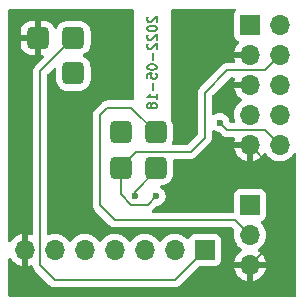
<source format=gbr>
%TF.GenerationSoftware,KiCad,Pcbnew,(6.0.1-0)*%
%TF.CreationDate,2022-05-18T17:32:03-07:00*%
%TF.ProjectId,badge_jig,62616467-655f-46a6-9967-2e6b69636164,rev?*%
%TF.SameCoordinates,Original*%
%TF.FileFunction,Copper,L2,Bot*%
%TF.FilePolarity,Positive*%
%FSLAX46Y46*%
G04 Gerber Fmt 4.6, Leading zero omitted, Abs format (unit mm)*
G04 Created by KiCad (PCBNEW (6.0.1-0)) date 2022-05-18 17:32:03*
%MOMM*%
%LPD*%
G01*
G04 APERTURE LIST*
G04 Aperture macros list*
%AMRoundRect*
0 Rectangle with rounded corners*
0 $1 Rounding radius*
0 $2 $3 $4 $5 $6 $7 $8 $9 X,Y pos of 4 corners*
0 Add a 4 corners polygon primitive as box body*
4,1,4,$2,$3,$4,$5,$6,$7,$8,$9,$2,$3,0*
0 Add four circle primitives for the rounded corners*
1,1,$1+$1,$2,$3*
1,1,$1+$1,$4,$5*
1,1,$1+$1,$6,$7*
1,1,$1+$1,$8,$9*
0 Add four rect primitives between the rounded corners*
20,1,$1+$1,$2,$3,$4,$5,0*
20,1,$1+$1,$4,$5,$6,$7,0*
20,1,$1+$1,$6,$7,$8,$9,0*
20,1,$1+$1,$8,$9,$2,$3,0*%
G04 Aperture macros list end*
%ADD10C,0.200000*%
%TA.AperFunction,NonConductor*%
%ADD11C,0.200000*%
%TD*%
%TA.AperFunction,ComponentPad*%
%ADD12RoundRect,0.475000X-0.475000X-0.475000X0.475000X-0.475000X0.475000X0.475000X-0.475000X0.475000X0*%
%TD*%
%TA.AperFunction,ComponentPad*%
%ADD13R,1.700000X1.700000*%
%TD*%
%TA.AperFunction,ComponentPad*%
%ADD14O,1.700000X1.700000*%
%TD*%
%TA.AperFunction,ViaPad*%
%ADD15C,0.600000*%
%TD*%
%TA.AperFunction,Conductor*%
%ADD16C,0.200000*%
%TD*%
G04 APERTURE END LIST*
D10*
D11*
X139338095Y-102794285D02*
X139300000Y-102832380D01*
X139261904Y-102908571D01*
X139261904Y-103099047D01*
X139300000Y-103175238D01*
X139338095Y-103213333D01*
X139414285Y-103251428D01*
X139490476Y-103251428D01*
X139604761Y-103213333D01*
X140061904Y-102756190D01*
X140061904Y-103251428D01*
X139261904Y-103746666D02*
X139261904Y-103822857D01*
X139300000Y-103899047D01*
X139338095Y-103937142D01*
X139414285Y-103975238D01*
X139566666Y-104013333D01*
X139757142Y-104013333D01*
X139909523Y-103975238D01*
X139985714Y-103937142D01*
X140023809Y-103899047D01*
X140061904Y-103822857D01*
X140061904Y-103746666D01*
X140023809Y-103670476D01*
X139985714Y-103632380D01*
X139909523Y-103594285D01*
X139757142Y-103556190D01*
X139566666Y-103556190D01*
X139414285Y-103594285D01*
X139338095Y-103632380D01*
X139300000Y-103670476D01*
X139261904Y-103746666D01*
X139338095Y-104318095D02*
X139300000Y-104356190D01*
X139261904Y-104432380D01*
X139261904Y-104622857D01*
X139300000Y-104699047D01*
X139338095Y-104737142D01*
X139414285Y-104775238D01*
X139490476Y-104775238D01*
X139604761Y-104737142D01*
X140061904Y-104280000D01*
X140061904Y-104775238D01*
X139338095Y-105080000D02*
X139300000Y-105118095D01*
X139261904Y-105194285D01*
X139261904Y-105384761D01*
X139300000Y-105460952D01*
X139338095Y-105499047D01*
X139414285Y-105537142D01*
X139490476Y-105537142D01*
X139604761Y-105499047D01*
X140061904Y-105041904D01*
X140061904Y-105537142D01*
X139757142Y-105880000D02*
X139757142Y-106489523D01*
X139261904Y-107022857D02*
X139261904Y-107099047D01*
X139300000Y-107175238D01*
X139338095Y-107213333D01*
X139414285Y-107251428D01*
X139566666Y-107289523D01*
X139757142Y-107289523D01*
X139909523Y-107251428D01*
X139985714Y-107213333D01*
X140023809Y-107175238D01*
X140061904Y-107099047D01*
X140061904Y-107022857D01*
X140023809Y-106946666D01*
X139985714Y-106908571D01*
X139909523Y-106870476D01*
X139757142Y-106832380D01*
X139566666Y-106832380D01*
X139414285Y-106870476D01*
X139338095Y-106908571D01*
X139300000Y-106946666D01*
X139261904Y-107022857D01*
X139261904Y-108013333D02*
X139261904Y-107632380D01*
X139642857Y-107594285D01*
X139604761Y-107632380D01*
X139566666Y-107708571D01*
X139566666Y-107899047D01*
X139604761Y-107975238D01*
X139642857Y-108013333D01*
X139719047Y-108051428D01*
X139909523Y-108051428D01*
X139985714Y-108013333D01*
X140023809Y-107975238D01*
X140061904Y-107899047D01*
X140061904Y-107708571D01*
X140023809Y-107632380D01*
X139985714Y-107594285D01*
X139757142Y-108394285D02*
X139757142Y-109003809D01*
X140061904Y-109803809D02*
X140061904Y-109346666D01*
X140061904Y-109575238D02*
X139261904Y-109575238D01*
X139376190Y-109499047D01*
X139452380Y-109422857D01*
X139490476Y-109346666D01*
X139604761Y-110260952D02*
X139566666Y-110184761D01*
X139528571Y-110146666D01*
X139452380Y-110108571D01*
X139414285Y-110108571D01*
X139338095Y-110146666D01*
X139300000Y-110184761D01*
X139261904Y-110260952D01*
X139261904Y-110413333D01*
X139300000Y-110489523D01*
X139338095Y-110527619D01*
X139414285Y-110565714D01*
X139452380Y-110565714D01*
X139528571Y-110527619D01*
X139566666Y-110489523D01*
X139604761Y-110413333D01*
X139604761Y-110260952D01*
X139642857Y-110184761D01*
X139680952Y-110146666D01*
X139757142Y-110108571D01*
X139909523Y-110108571D01*
X139985714Y-110146666D01*
X140023809Y-110184761D01*
X140061904Y-110260952D01*
X140061904Y-110413333D01*
X140023809Y-110489523D01*
X139985714Y-110527619D01*
X139909523Y-110565714D01*
X139757142Y-110565714D01*
X139680952Y-110527619D01*
X139642857Y-110489523D01*
X139604761Y-110413333D01*
D12*
%TO.P,J3,1,Pin_1*%
%TO.N,/SWCLK*%
X137000000Y-115600000D03*
%TD*%
%TO.P,J5,1,Pin_1*%
%TO.N,/DBG_TX*%
X137000000Y-112600000D03*
%TD*%
%TO.P,J1,1,Pin_1*%
%TO.N,/VTG*%
X133000000Y-104600000D03*
%TD*%
%TO.P,J6,1,Pin_1*%
%TO.N,/DBG_RX*%
X140000000Y-112600000D03*
%TD*%
D13*
%TO.P,J9,1,Pin_1*%
%TO.N,/DBG_TX*%
X147955000Y-118745000D03*
D14*
%TO.P,J9,2,Pin_2*%
%TO.N,/DBG_RX*%
X147955000Y-121285000D03*
%TO.P,J9,3,Pin_3*%
%TO.N,/GND*%
X147955000Y-123825000D03*
%TD*%
D12*
%TO.P,J7,1,Pin_1*%
%TO.N,/GND*%
X130000000Y-104600000D03*
%TD*%
D13*
%TO.P,J8,1,Pin_1*%
%TO.N,/VTG*%
X144145000Y-122555000D03*
D14*
%TO.P,J8,2,Pin_2*%
%TO.N,/~{RST}*%
X141605000Y-122555000D03*
%TO.P,J8,3,Pin_3*%
%TO.N,/SWCLK*%
X139065000Y-122555000D03*
%TO.P,J8,4,Pin_4*%
%TO.N,/SWDIO*%
X136525000Y-122555000D03*
%TO.P,J8,5,Pin_5*%
%TO.N,/DBG_TX*%
X133985000Y-122555000D03*
%TO.P,J8,6,Pin_6*%
%TO.N,/DBG_RX*%
X131445000Y-122555000D03*
%TO.P,J8,7,Pin_7*%
%TO.N,/GND*%
X128905000Y-122555000D03*
%TD*%
D12*
%TO.P,J2,1,Pin_1*%
%TO.N,/~{RST}*%
X133000000Y-107600000D03*
%TD*%
%TO.P,J4,1,Pin_1*%
%TO.N,/SWDIO*%
X140000000Y-115600000D03*
%TD*%
D13*
%TO.P,J10,1,Pin_1*%
%TO.N,/VTG*%
X147955000Y-103505000D03*
D14*
%TO.P,J10,2,Pin_2*%
%TO.N,/SWDIO*%
X150495000Y-103505000D03*
%TO.P,J10,3,Pin_3*%
%TO.N,/GND*%
X147955000Y-106045000D03*
%TO.P,J10,4,Pin_4*%
%TO.N,/SWCLK*%
X150495000Y-106045000D03*
%TO.P,J10,5,Pin_5*%
%TO.N,/GND*%
X147955000Y-108585000D03*
%TO.P,J10,6,Pin_6*%
%TO.N,unconnected-(J10-Pad6)*%
X150495000Y-108585000D03*
%TO.P,J10,7,Pin_7*%
%TO.N,unconnected-(J10-Pad7)*%
X147955000Y-111125000D03*
%TO.P,J10,8,Pin_8*%
%TO.N,unconnected-(J10-Pad8)*%
X150495000Y-111125000D03*
%TO.P,J10,9,Pin_9*%
%TO.N,/GND*%
X147955000Y-113665000D03*
%TO.P,J10,10,Pin_10*%
%TO.N,/~{RST}*%
X150495000Y-113665000D03*
%TD*%
D15*
%TO.N,/~{RST}*%
X145415000Y-111760000D03*
%TO.N,/SWCLK*%
X140000000Y-118000000D03*
%TO.N,/SWDIO*%
X138200000Y-118000000D03*
%TD*%
D16*
%TO.N,/VTG*%
X131445000Y-125095000D02*
X130175000Y-123825000D01*
X141605000Y-125095000D02*
X131445000Y-125095000D01*
X144145000Y-122555000D02*
X141605000Y-125095000D01*
X130175000Y-123825000D02*
X130175000Y-107425000D01*
X130175000Y-107425000D02*
X133000000Y-104600000D01*
%TO.N,/~{RST}*%
X146029511Y-112374511D02*
X145415000Y-111760000D01*
X150495000Y-113665000D02*
X149204511Y-112374511D01*
X149204511Y-112374511D02*
X146029511Y-112374511D01*
%TO.N,/SWCLK*%
X137899511Y-118699511D02*
X137000000Y-117800000D01*
X150495000Y-106045000D02*
X149204511Y-107335489D01*
X144145000Y-113030000D02*
X142924520Y-114250480D01*
X142924520Y-114250480D02*
X138349520Y-114250480D01*
X146029511Y-107335489D02*
X144145000Y-109220000D01*
X138349520Y-114250480D02*
X137000000Y-115600000D01*
X139300489Y-118699511D02*
X137899511Y-118699511D01*
X140000000Y-118000000D02*
X139300489Y-118699511D01*
X137000000Y-117800000D02*
X137000000Y-115600000D01*
X149204511Y-107335489D02*
X146029511Y-107335489D01*
X144145000Y-109220000D02*
X144145000Y-113030000D01*
%TO.N,/SWDIO*%
X138200000Y-118000000D02*
X138200000Y-117600000D01*
X138200000Y-117600000D02*
X140000000Y-115800000D01*
X140000000Y-115800000D02*
X140000000Y-115600000D01*
%TO.N,/DBG_RX*%
X135255000Y-111125000D02*
X135890000Y-110490000D01*
X137890000Y-110490000D02*
X140000000Y-112600000D01*
X135890000Y-110490000D02*
X137890000Y-110490000D01*
X136525000Y-120015000D02*
X135255000Y-118745000D01*
X146685000Y-120015000D02*
X136525000Y-120015000D01*
X135255000Y-118745000D02*
X135255000Y-111125000D01*
X147955000Y-121285000D02*
X146685000Y-120015000D01*
%TO.N,/GND*%
X147955000Y-123825000D02*
X149860000Y-121920000D01*
X149860000Y-121920000D02*
X149860000Y-115570000D01*
X149860000Y-115570000D02*
X147955000Y-113665000D01*
%TD*%
%TA.AperFunction,Conductor*%
%TO.N,/GND*%
G36*
X138040121Y-102128002D02*
G01*
X138086614Y-102181658D01*
X138098000Y-102234000D01*
X138098000Y-109759957D01*
X138077998Y-109828078D01*
X138024342Y-109874571D01*
X137955556Y-109884879D01*
X137929903Y-109881502D01*
X137929890Y-109881501D01*
X137929885Y-109881500D01*
X137929884Y-109881500D01*
X137929874Y-109881499D01*
X137898189Y-109877328D01*
X137890000Y-109876250D01*
X137858307Y-109880422D01*
X137841864Y-109881500D01*
X135938144Y-109881500D01*
X135921698Y-109880422D01*
X135898188Y-109877327D01*
X135890000Y-109876249D01*
X135731149Y-109897162D01*
X135583124Y-109958476D01*
X135542565Y-109989598D01*
X135487937Y-110031515D01*
X135487921Y-110031529D01*
X135462566Y-110050984D01*
X135462563Y-110050987D01*
X135456013Y-110056013D01*
X135450983Y-110062568D01*
X135436548Y-110081379D01*
X135425681Y-110093770D01*
X134858766Y-110660685D01*
X134846375Y-110671552D01*
X134821013Y-110691013D01*
X134796526Y-110722925D01*
X134796523Y-110722928D01*
X134723476Y-110818124D01*
X134662162Y-110966149D01*
X134662162Y-110966150D01*
X134660414Y-110979426D01*
X134654869Y-111021547D01*
X134646500Y-111085115D01*
X134646500Y-111085120D01*
X134641250Y-111125000D01*
X134642328Y-111133188D01*
X134645422Y-111156690D01*
X134646500Y-111173136D01*
X134646500Y-118696864D01*
X134645422Y-118713307D01*
X134641250Y-118745000D01*
X134646500Y-118784880D01*
X134646500Y-118784885D01*
X134659609Y-118884457D01*
X134662162Y-118903851D01*
X134723476Y-119051876D01*
X134728503Y-119058427D01*
X134728504Y-119058429D01*
X134796520Y-119147069D01*
X134796526Y-119147075D01*
X134821013Y-119178987D01*
X134827568Y-119184017D01*
X134846379Y-119198452D01*
X134858770Y-119209319D01*
X136060685Y-120411234D01*
X136071552Y-120423625D01*
X136091013Y-120448987D01*
X136122925Y-120473474D01*
X136122928Y-120473477D01*
X136218124Y-120546524D01*
X136279438Y-120571921D01*
X136358520Y-120604678D01*
X136358523Y-120604679D01*
X136366150Y-120607838D01*
X136485115Y-120623500D01*
X136485120Y-120623500D01*
X136485129Y-120623501D01*
X136516812Y-120627672D01*
X136525000Y-120628750D01*
X136556693Y-120624578D01*
X136573136Y-120623500D01*
X146380761Y-120623500D01*
X146448882Y-120643502D01*
X146469856Y-120660405D01*
X146612454Y-120803003D01*
X146646480Y-120865315D01*
X146644776Y-120925769D01*
X146615989Y-121029570D01*
X146615441Y-121034700D01*
X146615440Y-121034704D01*
X146611933Y-121067522D01*
X146592251Y-121251695D01*
X146592548Y-121256848D01*
X146592548Y-121256851D01*
X146597857Y-121348919D01*
X146605110Y-121474715D01*
X146606247Y-121479761D01*
X146606248Y-121479767D01*
X146624753Y-121561875D01*
X146654222Y-121692639D01*
X146691592Y-121784670D01*
X146720424Y-121855675D01*
X146738266Y-121899616D01*
X146745144Y-121910840D01*
X146840475Y-122066406D01*
X146854987Y-122090088D01*
X147001250Y-122258938D01*
X147173126Y-122401632D01*
X147246955Y-122444774D01*
X147295679Y-122496412D01*
X147308750Y-122566195D01*
X147282019Y-122631967D01*
X147241562Y-122665327D01*
X147233457Y-122669546D01*
X147224738Y-122675036D01*
X147054433Y-122802905D01*
X147046726Y-122809748D01*
X146899590Y-122963717D01*
X146893104Y-122971727D01*
X146773098Y-123147649D01*
X146768000Y-123156623D01*
X146678338Y-123349783D01*
X146674775Y-123359470D01*
X146619389Y-123559183D01*
X146620912Y-123567607D01*
X146633292Y-123571000D01*
X149273344Y-123571000D01*
X149286875Y-123567027D01*
X149288180Y-123557947D01*
X149246214Y-123390875D01*
X149242894Y-123381124D01*
X149157972Y-123185814D01*
X149153105Y-123176739D01*
X149037426Y-122997926D01*
X149031136Y-122989757D01*
X148887806Y-122832240D01*
X148880273Y-122825215D01*
X148713139Y-122693222D01*
X148704556Y-122687520D01*
X148667602Y-122667120D01*
X148617631Y-122616687D01*
X148602859Y-122547245D01*
X148627975Y-122480839D01*
X148655327Y-122454232D01*
X148678797Y-122437491D01*
X148834860Y-122326173D01*
X148993096Y-122168489D01*
X149052594Y-122085689D01*
X149120435Y-121991277D01*
X149123453Y-121987077D01*
X149161132Y-121910840D01*
X149220136Y-121791453D01*
X149220137Y-121791451D01*
X149222430Y-121786811D01*
X149287370Y-121573069D01*
X149316529Y-121351590D01*
X149317505Y-121311638D01*
X149318074Y-121288365D01*
X149318074Y-121288361D01*
X149318156Y-121285000D01*
X149299852Y-121062361D01*
X149245431Y-120845702D01*
X149156354Y-120640840D01*
X149095338Y-120546524D01*
X149037822Y-120457617D01*
X149037820Y-120457614D01*
X149035014Y-120453277D01*
X149031532Y-120449450D01*
X148887798Y-120291488D01*
X148856746Y-120227642D01*
X148865141Y-120157143D01*
X148910317Y-120102375D01*
X148936761Y-120088706D01*
X149043297Y-120048767D01*
X149051705Y-120045615D01*
X149168261Y-119958261D01*
X149255615Y-119841705D01*
X149306745Y-119705316D01*
X149313500Y-119643134D01*
X149313500Y-117846866D01*
X149306745Y-117784684D01*
X149255615Y-117648295D01*
X149168261Y-117531739D01*
X149051705Y-117444385D01*
X148915316Y-117393255D01*
X148853134Y-117386500D01*
X147056866Y-117386500D01*
X146994684Y-117393255D01*
X146858295Y-117444385D01*
X146741739Y-117531739D01*
X146654385Y-117648295D01*
X146603255Y-117784684D01*
X146596500Y-117846866D01*
X146596500Y-119280500D01*
X146576498Y-119348621D01*
X146522842Y-119395114D01*
X146470500Y-119406500D01*
X139749877Y-119406500D01*
X139681756Y-119386498D01*
X139635263Y-119332842D01*
X139625159Y-119262568D01*
X139654653Y-119197988D01*
X139673165Y-119180544D01*
X139702561Y-119157988D01*
X139702564Y-119157985D01*
X139734476Y-119133498D01*
X139753938Y-119108135D01*
X139764804Y-119095745D01*
X140021281Y-118839267D01*
X140083594Y-118805242D01*
X140098957Y-118802881D01*
X140156579Y-118797637D01*
X140163600Y-118796998D01*
X140170302Y-118794820D01*
X140170304Y-118794820D01*
X140329409Y-118743124D01*
X140329412Y-118743123D01*
X140336108Y-118740947D01*
X140491912Y-118648069D01*
X140623266Y-118522982D01*
X140723643Y-118371902D01*
X140788055Y-118202338D01*
X140813299Y-118022717D01*
X140813616Y-118000000D01*
X140793397Y-117819745D01*
X140791080Y-117813091D01*
X140736064Y-117655106D01*
X140736062Y-117655103D01*
X140733745Y-117648448D01*
X140715836Y-117619788D01*
X140641359Y-117500598D01*
X140637626Y-117494624D01*
X140593085Y-117449771D01*
X140514778Y-117370915D01*
X140514774Y-117370912D01*
X140509815Y-117365918D01*
X140503867Y-117362143D01*
X140391582Y-117290885D01*
X140344783Y-117237496D01*
X140334278Y-117167281D01*
X140363402Y-117102533D01*
X140422908Y-117063809D01*
X140459096Y-117058500D01*
X140531830Y-117058500D01*
X140534617Y-117058251D01*
X140534623Y-117058251D01*
X140618212Y-117050790D01*
X140650061Y-117047948D01*
X140842124Y-116992875D01*
X141019190Y-116900307D01*
X141174026Y-116774026D01*
X141300307Y-116619190D01*
X141392875Y-116442124D01*
X141447948Y-116250061D01*
X141458500Y-116131830D01*
X141458500Y-115068170D01*
X141452075Y-114996181D01*
X141465942Y-114926552D01*
X141515252Y-114875473D01*
X141577576Y-114858980D01*
X142876384Y-114858980D01*
X142892827Y-114860058D01*
X142924520Y-114864230D01*
X142932709Y-114863152D01*
X142964394Y-114858981D01*
X142964404Y-114858980D01*
X142964405Y-114858980D01*
X143063977Y-114845871D01*
X143075184Y-114844396D01*
X143075186Y-114844395D01*
X143083371Y-114843318D01*
X143231396Y-114782004D01*
X143326592Y-114708957D01*
X143326595Y-114708954D01*
X143358507Y-114684467D01*
X143377978Y-114659093D01*
X143388836Y-114646713D01*
X144102583Y-113932966D01*
X146623257Y-113932966D01*
X146653565Y-114067446D01*
X146656645Y-114077275D01*
X146736770Y-114274603D01*
X146741413Y-114283794D01*
X146852694Y-114465388D01*
X146858777Y-114473699D01*
X146998213Y-114634667D01*
X147005580Y-114641883D01*
X147169434Y-114777916D01*
X147177881Y-114783831D01*
X147361756Y-114891279D01*
X147371042Y-114895729D01*
X147570001Y-114971703D01*
X147579899Y-114974579D01*
X147683250Y-114995606D01*
X147697299Y-114994410D01*
X147701000Y-114984065D01*
X147701000Y-113937115D01*
X147696525Y-113921876D01*
X147695135Y-113920671D01*
X147687452Y-113919000D01*
X146638225Y-113919000D01*
X146624694Y-113922973D01*
X146623257Y-113932966D01*
X144102583Y-113932966D01*
X144541234Y-113494315D01*
X144553625Y-113483448D01*
X144572437Y-113469013D01*
X144578987Y-113463987D01*
X144603474Y-113432075D01*
X144603477Y-113432072D01*
X144676523Y-113336876D01*
X144676524Y-113336875D01*
X144737838Y-113188850D01*
X144753500Y-113069885D01*
X144753500Y-113069878D01*
X144758750Y-113030000D01*
X144754578Y-112998307D01*
X144753500Y-112981864D01*
X144753500Y-112526434D01*
X144773502Y-112458313D01*
X144827158Y-112411820D01*
X144897432Y-112401716D01*
X144948491Y-112421001D01*
X145048159Y-112486222D01*
X145054763Y-112488678D01*
X145054765Y-112488679D01*
X145211558Y-112546990D01*
X145211560Y-112546990D01*
X145218168Y-112549448D01*
X145225153Y-112550380D01*
X145225157Y-112550381D01*
X145287547Y-112558706D01*
X145320986Y-112563167D01*
X145385862Y-112592003D01*
X145393416Y-112598965D01*
X145565196Y-112770745D01*
X145576063Y-112783136D01*
X145595524Y-112808498D01*
X145602074Y-112813524D01*
X145627432Y-112832982D01*
X145627448Y-112832996D01*
X145676816Y-112870877D01*
X145722635Y-112906035D01*
X145870660Y-112967349D01*
X145878847Y-112968427D01*
X145878848Y-112968427D01*
X145890053Y-112969902D01*
X145921249Y-112974009D01*
X145989626Y-112983011D01*
X145989629Y-112983011D01*
X145989637Y-112983012D01*
X146021322Y-112987183D01*
X146029511Y-112988261D01*
X146061204Y-112984089D01*
X146077647Y-112983011D01*
X146576918Y-112983011D01*
X146645039Y-113003013D01*
X146691532Y-113056669D01*
X146701636Y-113126943D01*
X146691206Y-113162060D01*
X146678340Y-113189777D01*
X146674775Y-113199470D01*
X146619389Y-113399183D01*
X146620912Y-113407607D01*
X146633292Y-113411000D01*
X148083000Y-113411000D01*
X148151121Y-113431002D01*
X148197614Y-113484658D01*
X148209000Y-113537000D01*
X148209000Y-114983517D01*
X148213064Y-114997359D01*
X148226478Y-114999393D01*
X148233184Y-114998534D01*
X148243262Y-114996392D01*
X148447255Y-114935191D01*
X148456842Y-114931433D01*
X148648095Y-114837739D01*
X148656945Y-114832464D01*
X148830328Y-114708792D01*
X148838200Y-114702139D01*
X148989052Y-114551812D01*
X148995730Y-114543965D01*
X149123022Y-114366819D01*
X149124279Y-114367722D01*
X149171373Y-114324362D01*
X149241311Y-114312145D01*
X149306751Y-114339678D01*
X149334579Y-114371511D01*
X149394987Y-114470088D01*
X149541250Y-114638938D01*
X149713126Y-114781632D01*
X149906000Y-114894338D01*
X150114692Y-114974030D01*
X150119760Y-114975061D01*
X150119763Y-114975062D01*
X150214862Y-114994410D01*
X150333597Y-115018567D01*
X150338772Y-115018757D01*
X150338774Y-115018757D01*
X150551673Y-115026564D01*
X150551677Y-115026564D01*
X150556837Y-115026753D01*
X150561957Y-115026097D01*
X150561959Y-115026097D01*
X150773288Y-114999025D01*
X150773289Y-114999025D01*
X150778416Y-114998368D01*
X150783366Y-114996883D01*
X150987429Y-114935661D01*
X150987434Y-114935659D01*
X150992384Y-114934174D01*
X151192994Y-114835896D01*
X151374860Y-114706173D01*
X151391599Y-114689493D01*
X151529435Y-114552137D01*
X151533096Y-114548489D01*
X151663453Y-114367077D01*
X151665431Y-114368498D01*
X151710200Y-114327259D01*
X151780134Y-114315025D01*
X151845581Y-114342543D01*
X151885762Y-114401075D01*
X151892000Y-114440230D01*
X151892000Y-126366000D01*
X151871998Y-126434121D01*
X151818342Y-126480614D01*
X151766000Y-126492000D01*
X127634000Y-126492000D01*
X127565879Y-126471998D01*
X127519386Y-126418342D01*
X127508000Y-126366000D01*
X127508000Y-123321255D01*
X127528002Y-123253134D01*
X127581658Y-123206641D01*
X127651932Y-123196537D01*
X127716512Y-123226031D01*
X127741432Y-123255420D01*
X127802688Y-123355380D01*
X127808777Y-123363699D01*
X127948213Y-123524667D01*
X127955580Y-123531883D01*
X128119434Y-123667916D01*
X128127881Y-123673831D01*
X128311756Y-123781279D01*
X128321042Y-123785729D01*
X128520001Y-123861703D01*
X128529899Y-123864579D01*
X128633250Y-123885606D01*
X128647299Y-123884410D01*
X128651000Y-123874065D01*
X128651000Y-123873517D01*
X129159000Y-123873517D01*
X129163064Y-123887359D01*
X129176478Y-123889393D01*
X129183184Y-123888534D01*
X129193262Y-123886392D01*
X129397252Y-123825192D01*
X129403336Y-123822807D01*
X129474058Y-123816570D01*
X129536925Y-123849558D01*
X129571978Y-123911298D01*
X129574239Y-123923669D01*
X129582162Y-123983851D01*
X129643476Y-124131876D01*
X129648503Y-124138427D01*
X129648504Y-124138429D01*
X129716520Y-124227069D01*
X129716526Y-124227075D01*
X129741013Y-124258987D01*
X129747568Y-124264017D01*
X129766379Y-124278452D01*
X129778770Y-124289319D01*
X130980685Y-125491234D01*
X130991552Y-125503625D01*
X131011013Y-125528987D01*
X131042925Y-125553474D01*
X131042928Y-125553477D01*
X131138124Y-125626524D01*
X131199438Y-125651921D01*
X131278520Y-125684678D01*
X131278523Y-125684679D01*
X131286150Y-125687838D01*
X131405115Y-125703500D01*
X131405120Y-125703500D01*
X131405129Y-125703501D01*
X131436812Y-125707672D01*
X131445000Y-125708750D01*
X131476693Y-125704578D01*
X131493136Y-125703500D01*
X141556864Y-125703500D01*
X141573307Y-125704578D01*
X141605000Y-125708750D01*
X141613189Y-125707672D01*
X141644874Y-125703501D01*
X141644884Y-125703500D01*
X141644885Y-125703500D01*
X141644901Y-125703498D01*
X141744457Y-125690391D01*
X141755664Y-125688916D01*
X141755666Y-125688915D01*
X141763851Y-125687838D01*
X141911876Y-125626524D01*
X142007072Y-125553477D01*
X142007075Y-125553474D01*
X142038987Y-125528987D01*
X142044017Y-125522432D01*
X142058452Y-125503621D01*
X142069319Y-125491230D01*
X143467583Y-124092966D01*
X146623257Y-124092966D01*
X146653565Y-124227446D01*
X146656645Y-124237275D01*
X146736770Y-124434603D01*
X146741413Y-124443794D01*
X146852694Y-124625388D01*
X146858777Y-124633699D01*
X146998213Y-124794667D01*
X147005580Y-124801883D01*
X147169434Y-124937916D01*
X147177881Y-124943831D01*
X147361756Y-125051279D01*
X147371042Y-125055729D01*
X147570001Y-125131703D01*
X147579899Y-125134579D01*
X147683250Y-125155606D01*
X147697299Y-125154410D01*
X147701000Y-125144065D01*
X147701000Y-125143517D01*
X148209000Y-125143517D01*
X148213064Y-125157359D01*
X148226478Y-125159393D01*
X148233184Y-125158534D01*
X148243262Y-125156392D01*
X148447255Y-125095191D01*
X148456842Y-125091433D01*
X148648095Y-124997739D01*
X148656945Y-124992464D01*
X148830328Y-124868792D01*
X148838200Y-124862139D01*
X148989052Y-124711812D01*
X148995730Y-124703965D01*
X149120003Y-124531020D01*
X149125313Y-124522183D01*
X149219670Y-124331267D01*
X149223469Y-124321672D01*
X149285377Y-124117910D01*
X149287555Y-124107837D01*
X149288986Y-124096962D01*
X149286775Y-124082778D01*
X149273617Y-124079000D01*
X148227115Y-124079000D01*
X148211876Y-124083475D01*
X148210671Y-124084865D01*
X148209000Y-124092548D01*
X148209000Y-125143517D01*
X147701000Y-125143517D01*
X147701000Y-124097115D01*
X147696525Y-124081876D01*
X147695135Y-124080671D01*
X147687452Y-124079000D01*
X146638225Y-124079000D01*
X146624694Y-124082973D01*
X146623257Y-124092966D01*
X143467583Y-124092966D01*
X143610144Y-123950405D01*
X143672456Y-123916379D01*
X143699239Y-123913500D01*
X145043134Y-123913500D01*
X145105316Y-123906745D01*
X145241705Y-123855615D01*
X145358261Y-123768261D01*
X145445615Y-123651705D01*
X145496745Y-123515316D01*
X145503500Y-123453134D01*
X145503500Y-121656866D01*
X145496745Y-121594684D01*
X145445615Y-121458295D01*
X145358261Y-121341739D01*
X145241705Y-121254385D01*
X145105316Y-121203255D01*
X145043134Y-121196500D01*
X143246866Y-121196500D01*
X143184684Y-121203255D01*
X143048295Y-121254385D01*
X142931739Y-121341739D01*
X142844385Y-121458295D01*
X142841233Y-121466703D01*
X142799919Y-121576907D01*
X142757277Y-121633671D01*
X142690716Y-121658371D01*
X142621367Y-121643163D01*
X142588743Y-121617476D01*
X142538151Y-121561875D01*
X142538142Y-121561866D01*
X142534670Y-121558051D01*
X142530619Y-121554852D01*
X142530615Y-121554848D01*
X142363414Y-121422800D01*
X142363410Y-121422798D01*
X142359359Y-121419598D01*
X142323028Y-121399542D01*
X142307136Y-121390769D01*
X142163789Y-121311638D01*
X142158920Y-121309914D01*
X142158916Y-121309912D01*
X141958087Y-121238795D01*
X141958083Y-121238794D01*
X141953212Y-121237069D01*
X141948119Y-121236162D01*
X141948116Y-121236161D01*
X141738373Y-121198800D01*
X141738367Y-121198799D01*
X141733284Y-121197894D01*
X141659452Y-121196992D01*
X141515081Y-121195228D01*
X141515079Y-121195228D01*
X141509911Y-121195165D01*
X141289091Y-121228955D01*
X141076756Y-121298357D01*
X141046443Y-121314137D01*
X140943500Y-121367726D01*
X140878607Y-121401507D01*
X140874474Y-121404610D01*
X140874471Y-121404612D01*
X140774374Y-121479767D01*
X140699965Y-121535635D01*
X140669095Y-121567939D01*
X140554748Y-121687596D01*
X140545629Y-121697138D01*
X140438201Y-121854621D01*
X140383293Y-121899621D01*
X140312768Y-121907792D01*
X140249021Y-121876538D01*
X140228324Y-121852054D01*
X140147822Y-121727617D01*
X140147820Y-121727614D01*
X140145014Y-121723277D01*
X139994670Y-121558051D01*
X139990619Y-121554852D01*
X139990615Y-121554848D01*
X139823414Y-121422800D01*
X139823410Y-121422798D01*
X139819359Y-121419598D01*
X139783028Y-121399542D01*
X139767136Y-121390769D01*
X139623789Y-121311638D01*
X139618920Y-121309914D01*
X139618916Y-121309912D01*
X139418087Y-121238795D01*
X139418083Y-121238794D01*
X139413212Y-121237069D01*
X139408119Y-121236162D01*
X139408116Y-121236161D01*
X139198373Y-121198800D01*
X139198367Y-121198799D01*
X139193284Y-121197894D01*
X139119452Y-121196992D01*
X138975081Y-121195228D01*
X138975079Y-121195228D01*
X138969911Y-121195165D01*
X138749091Y-121228955D01*
X138536756Y-121298357D01*
X138506443Y-121314137D01*
X138403500Y-121367726D01*
X138338607Y-121401507D01*
X138334474Y-121404610D01*
X138334471Y-121404612D01*
X138234374Y-121479767D01*
X138159965Y-121535635D01*
X138129095Y-121567939D01*
X138014748Y-121687596D01*
X138005629Y-121697138D01*
X137898201Y-121854621D01*
X137843293Y-121899621D01*
X137772768Y-121907792D01*
X137709021Y-121876538D01*
X137688324Y-121852054D01*
X137607822Y-121727617D01*
X137607820Y-121727614D01*
X137605014Y-121723277D01*
X137454670Y-121558051D01*
X137450619Y-121554852D01*
X137450615Y-121554848D01*
X137283414Y-121422800D01*
X137283410Y-121422798D01*
X137279359Y-121419598D01*
X137243028Y-121399542D01*
X137227136Y-121390769D01*
X137083789Y-121311638D01*
X137078920Y-121309914D01*
X137078916Y-121309912D01*
X136878087Y-121238795D01*
X136878083Y-121238794D01*
X136873212Y-121237069D01*
X136868119Y-121236162D01*
X136868116Y-121236161D01*
X136658373Y-121198800D01*
X136658367Y-121198799D01*
X136653284Y-121197894D01*
X136579452Y-121196992D01*
X136435081Y-121195228D01*
X136435079Y-121195228D01*
X136429911Y-121195165D01*
X136209091Y-121228955D01*
X135996756Y-121298357D01*
X135966443Y-121314137D01*
X135863500Y-121367726D01*
X135798607Y-121401507D01*
X135794474Y-121404610D01*
X135794471Y-121404612D01*
X135694374Y-121479767D01*
X135619965Y-121535635D01*
X135589095Y-121567939D01*
X135474748Y-121687596D01*
X135465629Y-121697138D01*
X135358201Y-121854621D01*
X135303293Y-121899621D01*
X135232768Y-121907792D01*
X135169021Y-121876538D01*
X135148324Y-121852054D01*
X135067822Y-121727617D01*
X135067820Y-121727614D01*
X135065014Y-121723277D01*
X134914670Y-121558051D01*
X134910619Y-121554852D01*
X134910615Y-121554848D01*
X134743414Y-121422800D01*
X134743410Y-121422798D01*
X134739359Y-121419598D01*
X134703028Y-121399542D01*
X134687136Y-121390769D01*
X134543789Y-121311638D01*
X134538920Y-121309914D01*
X134538916Y-121309912D01*
X134338087Y-121238795D01*
X134338083Y-121238794D01*
X134333212Y-121237069D01*
X134328119Y-121236162D01*
X134328116Y-121236161D01*
X134118373Y-121198800D01*
X134118367Y-121198799D01*
X134113284Y-121197894D01*
X134039452Y-121196992D01*
X133895081Y-121195228D01*
X133895079Y-121195228D01*
X133889911Y-121195165D01*
X133669091Y-121228955D01*
X133456756Y-121298357D01*
X133426443Y-121314137D01*
X133323500Y-121367726D01*
X133258607Y-121401507D01*
X133254474Y-121404610D01*
X133254471Y-121404612D01*
X133154374Y-121479767D01*
X133079965Y-121535635D01*
X133049095Y-121567939D01*
X132934748Y-121687596D01*
X132925629Y-121697138D01*
X132818201Y-121854621D01*
X132763293Y-121899621D01*
X132692768Y-121907792D01*
X132629021Y-121876538D01*
X132608324Y-121852054D01*
X132527822Y-121727617D01*
X132527820Y-121727614D01*
X132525014Y-121723277D01*
X132374670Y-121558051D01*
X132370619Y-121554852D01*
X132370615Y-121554848D01*
X132203414Y-121422800D01*
X132203410Y-121422798D01*
X132199359Y-121419598D01*
X132163028Y-121399542D01*
X132147136Y-121390769D01*
X132003789Y-121311638D01*
X131998920Y-121309914D01*
X131998916Y-121309912D01*
X131798087Y-121238795D01*
X131798083Y-121238794D01*
X131793212Y-121237069D01*
X131788119Y-121236162D01*
X131788116Y-121236161D01*
X131578373Y-121198800D01*
X131578367Y-121198799D01*
X131573284Y-121197894D01*
X131499452Y-121196992D01*
X131355081Y-121195228D01*
X131355079Y-121195228D01*
X131349911Y-121195165D01*
X131129091Y-121228955D01*
X131034810Y-121259771D01*
X130948645Y-121287934D01*
X130877681Y-121290085D01*
X130816820Y-121253529D01*
X130785383Y-121189872D01*
X130783500Y-121168169D01*
X130783500Y-107729239D01*
X130803502Y-107661118D01*
X130820405Y-107640144D01*
X131326405Y-107134144D01*
X131388717Y-107100118D01*
X131459532Y-107105183D01*
X131516368Y-107147730D01*
X131541179Y-107214250D01*
X131541500Y-107223239D01*
X131541500Y-108131830D01*
X131552052Y-108250061D01*
X131607125Y-108442124D01*
X131699693Y-108619190D01*
X131825974Y-108774026D01*
X131830914Y-108778055D01*
X131879800Y-108817925D01*
X131980810Y-108900307D01*
X131986463Y-108903262D01*
X131986464Y-108903263D01*
X132019921Y-108920754D01*
X132157876Y-108992875D01*
X132349939Y-109047948D01*
X132381788Y-109050790D01*
X132465377Y-109058251D01*
X132465383Y-109058251D01*
X132468170Y-109058500D01*
X133531830Y-109058500D01*
X133534617Y-109058251D01*
X133534623Y-109058251D01*
X133618212Y-109050790D01*
X133650061Y-109047948D01*
X133842124Y-108992875D01*
X133980079Y-108920754D01*
X134013536Y-108903263D01*
X134013537Y-108903262D01*
X134019190Y-108900307D01*
X134120201Y-108817925D01*
X134169086Y-108778055D01*
X134174026Y-108774026D01*
X134300307Y-108619190D01*
X134392875Y-108442124D01*
X134447948Y-108250061D01*
X134458500Y-108131830D01*
X134458500Y-107068170D01*
X134447948Y-106949939D01*
X134392875Y-106757876D01*
X134300307Y-106580810D01*
X134174026Y-106425974D01*
X134040552Y-106317115D01*
X134024134Y-106303725D01*
X134024133Y-106303724D01*
X134019190Y-106299693D01*
X133850801Y-106211661D01*
X133799700Y-106162376D01*
X133783356Y-106093286D01*
X133806960Y-106026328D01*
X133850802Y-105988338D01*
X134013536Y-105903263D01*
X134013537Y-105903262D01*
X134019190Y-105900307D01*
X134174026Y-105774026D01*
X134300307Y-105619190D01*
X134392875Y-105442124D01*
X134447948Y-105250061D01*
X134453154Y-105191727D01*
X134458251Y-105134623D01*
X134458251Y-105134617D01*
X134458500Y-105131830D01*
X134458500Y-104068170D01*
X134447948Y-103949939D01*
X134392875Y-103757876D01*
X134300307Y-103580810D01*
X134292788Y-103571590D01*
X134178055Y-103430914D01*
X134174026Y-103425974D01*
X134019190Y-103299693D01*
X133842124Y-103207125D01*
X133650061Y-103152052D01*
X133618212Y-103149210D01*
X133534623Y-103141749D01*
X133534617Y-103141749D01*
X133531830Y-103141500D01*
X132468170Y-103141500D01*
X132465383Y-103141749D01*
X132465377Y-103141749D01*
X132381788Y-103149210D01*
X132349939Y-103152052D01*
X132157876Y-103207125D01*
X131980810Y-103299693D01*
X131825974Y-103425974D01*
X131821945Y-103430914D01*
X131707213Y-103571590D01*
X131699693Y-103580810D01*
X131611379Y-103749739D01*
X131562094Y-103800840D01*
X131493004Y-103817184D01*
X131426046Y-103793581D01*
X131388056Y-103749739D01*
X131302840Y-103586737D01*
X131295855Y-103576143D01*
X131177699Y-103431270D01*
X131168730Y-103422301D01*
X131023857Y-103304145D01*
X131013259Y-103297157D01*
X130847594Y-103210550D01*
X130835799Y-103205832D01*
X130655736Y-103154200D01*
X130643999Y-103152014D01*
X130534589Y-103142249D01*
X130528994Y-103142000D01*
X130272115Y-103142000D01*
X130256876Y-103146475D01*
X130255671Y-103147865D01*
X130254000Y-103155548D01*
X130254000Y-106039885D01*
X130258475Y-106055124D01*
X130259865Y-106056329D01*
X130267548Y-106058000D01*
X130377261Y-106058000D01*
X130445382Y-106078002D01*
X130491875Y-106131658D01*
X130501979Y-106201932D01*
X130472485Y-106266512D01*
X130466356Y-106273095D01*
X129778766Y-106960685D01*
X129766375Y-106971552D01*
X129741013Y-106991013D01*
X129716526Y-107022925D01*
X129716523Y-107022928D01*
X129716517Y-107022936D01*
X129657293Y-107100118D01*
X129643476Y-107118124D01*
X129598008Y-107227894D01*
X129582162Y-107266150D01*
X129566500Y-107385115D01*
X129566500Y-107385120D01*
X129561250Y-107425000D01*
X129562328Y-107433188D01*
X129565422Y-107456690D01*
X129566500Y-107473136D01*
X129566500Y-121170255D01*
X129546498Y-121238376D01*
X129492842Y-121284869D01*
X129422568Y-121294973D01*
X129398440Y-121289028D01*
X129257959Y-121239280D01*
X129247988Y-121236646D01*
X129176837Y-121223972D01*
X129163540Y-121225432D01*
X129159000Y-121239989D01*
X129159000Y-123873517D01*
X128651000Y-123873517D01*
X128651000Y-121238102D01*
X128647082Y-121224758D01*
X128632806Y-121222771D01*
X128594324Y-121228660D01*
X128584288Y-121231051D01*
X128381868Y-121297212D01*
X128372359Y-121301209D01*
X128183463Y-121399542D01*
X128174738Y-121405036D01*
X128004433Y-121532905D01*
X127996726Y-121539748D01*
X127849590Y-121693717D01*
X127843109Y-121701722D01*
X127738088Y-121855675D01*
X127683177Y-121900677D01*
X127612652Y-121908848D01*
X127548905Y-121877594D01*
X127512175Y-121816837D01*
X127508000Y-121784670D01*
X127508000Y-105128994D01*
X128542000Y-105128994D01*
X128542249Y-105134589D01*
X128552014Y-105243999D01*
X128554200Y-105255736D01*
X128605832Y-105435799D01*
X128610550Y-105447594D01*
X128697157Y-105613259D01*
X128704145Y-105623857D01*
X128822301Y-105768730D01*
X128831270Y-105777699D01*
X128976143Y-105895855D01*
X128986741Y-105902843D01*
X129152406Y-105989450D01*
X129164201Y-105994168D01*
X129344264Y-106045800D01*
X129356001Y-106047986D01*
X129465411Y-106057751D01*
X129471006Y-106058000D01*
X129727885Y-106058000D01*
X129743124Y-106053525D01*
X129744329Y-106052135D01*
X129746000Y-106044452D01*
X129746000Y-104872115D01*
X129741525Y-104856876D01*
X129740135Y-104855671D01*
X129732452Y-104854000D01*
X128560115Y-104854000D01*
X128544876Y-104858475D01*
X128543671Y-104859865D01*
X128542000Y-104867548D01*
X128542000Y-105128994D01*
X127508000Y-105128994D01*
X127508000Y-104327885D01*
X128542000Y-104327885D01*
X128546475Y-104343124D01*
X128547865Y-104344329D01*
X128555548Y-104346000D01*
X129727885Y-104346000D01*
X129743124Y-104341525D01*
X129744329Y-104340135D01*
X129746000Y-104332452D01*
X129746000Y-103160115D01*
X129741525Y-103144876D01*
X129740135Y-103143671D01*
X129732452Y-103142000D01*
X129471006Y-103142000D01*
X129465411Y-103142249D01*
X129356001Y-103152014D01*
X129344264Y-103154200D01*
X129164201Y-103205832D01*
X129152406Y-103210550D01*
X128986741Y-103297157D01*
X128976143Y-103304145D01*
X128831270Y-103422301D01*
X128822301Y-103431270D01*
X128704145Y-103576143D01*
X128697157Y-103586741D01*
X128610550Y-103752406D01*
X128605832Y-103764201D01*
X128554200Y-103944264D01*
X128552014Y-103956001D01*
X128542249Y-104065411D01*
X128542000Y-104071006D01*
X128542000Y-104327885D01*
X127508000Y-104327885D01*
X127508000Y-102234000D01*
X127528002Y-102165879D01*
X127581658Y-102119386D01*
X127634000Y-102108000D01*
X137972000Y-102108000D01*
X138040121Y-102128002D01*
G37*
%TD.AperFunction*%
%TA.AperFunction,Conductor*%
G36*
X146695674Y-102128002D02*
G01*
X146742167Y-102181658D01*
X146752271Y-102251932D01*
X146728379Y-102309565D01*
X146654385Y-102408295D01*
X146603255Y-102544684D01*
X146596500Y-102606866D01*
X146596500Y-104403134D01*
X146603255Y-104465316D01*
X146654385Y-104601705D01*
X146741739Y-104718261D01*
X146858295Y-104805615D01*
X146866704Y-104808767D01*
X146866705Y-104808768D01*
X146975960Y-104849726D01*
X147032725Y-104892367D01*
X147057425Y-104958929D01*
X147042218Y-105028278D01*
X147022825Y-105054759D01*
X146899590Y-105183717D01*
X146893104Y-105191727D01*
X146773098Y-105367649D01*
X146768000Y-105376623D01*
X146678338Y-105569783D01*
X146674775Y-105579470D01*
X146619389Y-105779183D01*
X146620912Y-105787607D01*
X146633292Y-105791000D01*
X148083000Y-105791000D01*
X148151121Y-105811002D01*
X148197614Y-105864658D01*
X148209000Y-105917000D01*
X148209000Y-106600989D01*
X148188998Y-106669110D01*
X148135342Y-106715603D01*
X148083000Y-106726989D01*
X147827000Y-106726989D01*
X147758879Y-106706987D01*
X147712386Y-106653331D01*
X147701000Y-106600989D01*
X147701000Y-106317115D01*
X147696525Y-106301876D01*
X147695135Y-106300671D01*
X147687452Y-106299000D01*
X146638225Y-106299000D01*
X146624694Y-106302973D01*
X146623257Y-106312966D01*
X146653565Y-106447446D01*
X146656646Y-106457280D01*
X146695751Y-106553586D01*
X146702847Y-106624227D01*
X146670624Y-106687490D01*
X146609315Y-106723290D01*
X146579008Y-106726989D01*
X146077647Y-106726989D01*
X146061204Y-106725911D01*
X146029511Y-106721739D01*
X146021322Y-106722817D01*
X145989637Y-106726988D01*
X145989628Y-106726989D01*
X145989626Y-106726989D01*
X145989620Y-106726990D01*
X145989618Y-106726990D01*
X145890054Y-106740098D01*
X145878847Y-106741573D01*
X145878845Y-106741574D01*
X145870660Y-106742651D01*
X145722635Y-106803965D01*
X145627439Y-106877012D01*
X145627436Y-106877015D01*
X145595524Y-106901502D01*
X145590494Y-106908057D01*
X145576059Y-106926868D01*
X145565192Y-106939259D01*
X143748766Y-108755685D01*
X143736375Y-108766552D01*
X143711013Y-108786013D01*
X143686526Y-108817925D01*
X143686523Y-108817928D01*
X143686517Y-108817936D01*
X143621043Y-108903263D01*
X143613476Y-108913124D01*
X143552162Y-109061149D01*
X143552162Y-109061150D01*
X143536500Y-109180115D01*
X143536500Y-109180120D01*
X143531250Y-109220000D01*
X143532328Y-109228188D01*
X143535422Y-109251690D01*
X143536500Y-109268136D01*
X143536500Y-112725761D01*
X143516498Y-112793882D01*
X143499595Y-112814856D01*
X142709376Y-113605075D01*
X142647064Y-113639101D01*
X142620281Y-113641980D01*
X141496444Y-113641980D01*
X141428323Y-113621978D01*
X141381830Y-113568322D01*
X141371726Y-113498048D01*
X141384782Y-113457606D01*
X141389915Y-113447786D01*
X141392875Y-113442124D01*
X141447948Y-113250061D01*
X141458500Y-113131830D01*
X141458500Y-112068170D01*
X141447948Y-111949939D01*
X141392875Y-111757876D01*
X141304012Y-111587897D01*
X141290178Y-111518262D01*
X141296917Y-111502399D01*
X141293493Y-111501654D01*
X141299053Y-111476095D01*
X141302000Y-111476095D01*
X141302000Y-102234000D01*
X141322002Y-102165879D01*
X141375658Y-102119386D01*
X141428000Y-102108000D01*
X146627553Y-102108000D01*
X146695674Y-102128002D01*
G37*
%TD.AperFunction*%
%TA.AperFunction,Conductor*%
G36*
X146626842Y-107963991D02*
G01*
X146673335Y-108017647D01*
X146683439Y-108087921D01*
X146676974Y-108113488D01*
X146674778Y-108119458D01*
X146619389Y-108319183D01*
X146620912Y-108327607D01*
X146633292Y-108331000D01*
X147682885Y-108331000D01*
X147698124Y-108326525D01*
X147699329Y-108325135D01*
X147701000Y-108317452D01*
X147701000Y-108069989D01*
X147721002Y-108001868D01*
X147774658Y-107955375D01*
X147827000Y-107943989D01*
X148083000Y-107943989D01*
X148151121Y-107963991D01*
X148197614Y-108017647D01*
X148209000Y-108069989D01*
X148209000Y-108713000D01*
X148188998Y-108781121D01*
X148135342Y-108827614D01*
X148083000Y-108839000D01*
X146638225Y-108839000D01*
X146624694Y-108842973D01*
X146623257Y-108852966D01*
X146653565Y-108987446D01*
X146656645Y-108997275D01*
X146736770Y-109194603D01*
X146741413Y-109203794D01*
X146852694Y-109385388D01*
X146858777Y-109393699D01*
X146998213Y-109554667D01*
X147005580Y-109561883D01*
X147169434Y-109697916D01*
X147177881Y-109703831D01*
X147246969Y-109744203D01*
X147295693Y-109795842D01*
X147308764Y-109865625D01*
X147282033Y-109931396D01*
X147241584Y-109964752D01*
X147228607Y-109971507D01*
X147224474Y-109974610D01*
X147224471Y-109974612D01*
X147054100Y-110102530D01*
X147049965Y-110105635D01*
X146895629Y-110267138D01*
X146769743Y-110451680D01*
X146675688Y-110654305D01*
X146615989Y-110869570D01*
X146592251Y-111091695D01*
X146605110Y-111314715D01*
X146606247Y-111319761D01*
X146606248Y-111319767D01*
X146626234Y-111408448D01*
X146654222Y-111532639D01*
X146656166Y-111537426D01*
X146656167Y-111537430D01*
X146678572Y-111592608D01*
X146685668Y-111663249D01*
X146653445Y-111726512D01*
X146592136Y-111762312D01*
X146561829Y-111766011D01*
X146341947Y-111766011D01*
X146273826Y-111746009D01*
X146227333Y-111692353D01*
X146216732Y-111654056D01*
X146209182Y-111586743D01*
X146209182Y-111586742D01*
X146208397Y-111579745D01*
X146206080Y-111573091D01*
X146151064Y-111415106D01*
X146151062Y-111415103D01*
X146148745Y-111408448D01*
X146129125Y-111377049D01*
X146056359Y-111260598D01*
X146052626Y-111254624D01*
X146043835Y-111245771D01*
X145929778Y-111130915D01*
X145929774Y-111130912D01*
X145924815Y-111125918D01*
X145913697Y-111118862D01*
X145860520Y-111085115D01*
X145771666Y-111028727D01*
X145742463Y-111018328D01*
X145607425Y-110970243D01*
X145607420Y-110970242D01*
X145600790Y-110967881D01*
X145593802Y-110967048D01*
X145593799Y-110967047D01*
X145470698Y-110952368D01*
X145420680Y-110946404D01*
X145413677Y-110947140D01*
X145413676Y-110947140D01*
X145247288Y-110964628D01*
X145247286Y-110964629D01*
X145240288Y-110965364D01*
X145068579Y-111023818D01*
X144945520Y-111099525D01*
X144877022Y-111118183D01*
X144809308Y-111096845D01*
X144763879Y-111042285D01*
X144753500Y-110992207D01*
X144753500Y-109524239D01*
X144773502Y-109456118D01*
X144790405Y-109435144D01*
X146244655Y-107980894D01*
X146306967Y-107946868D01*
X146333750Y-107943989D01*
X146558721Y-107943989D01*
X146626842Y-107963991D01*
G37*
%TD.AperFunction*%
%TD*%
M02*

</source>
